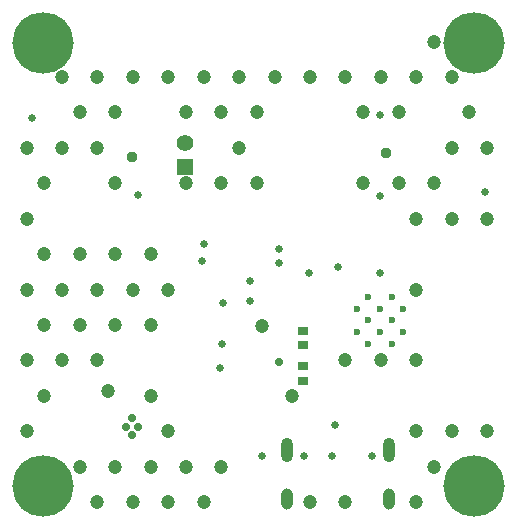
<source format=gbs>
G04*
G04 #@! TF.GenerationSoftware,Altium Limited,Altium Designer,25.2.1 (25)*
G04*
G04 Layer_Color=16711935*
%FSLAX25Y25*%
%MOIN*%
G70*
G04*
G04 #@! TF.SameCoordinates,1F312145-2A38-4454-B551-27999C65A1A9*
G04*
G04*
G04 #@! TF.FilePolarity,Negative*
G04*
G01*
G75*
%ADD37R,0.03394X0.02894*%
%ADD51C,0.03753*%
G04:AMPARAMS|DCode=52|XSize=39.37mil|YSize=70.87mil|CornerRadius=19.68mil|HoleSize=0mil|Usage=FLASHONLY|Rotation=0.000|XOffset=0mil|YOffset=0mil|HoleType=Round|Shape=RoundedRectangle|*
%AMROUNDEDRECTD52*
21,1,0.03937,0.03150,0,0,0.0*
21,1,0.00000,0.07087,0,0,0.0*
1,1,0.03937,0.00000,-0.01575*
1,1,0.03937,0.00000,-0.01575*
1,1,0.03937,0.00000,0.01575*
1,1,0.03937,0.00000,0.01575*
%
%ADD52ROUNDEDRECTD52*%
G04:AMPARAMS|DCode=53|XSize=39.37mil|YSize=82.68mil|CornerRadius=19.68mil|HoleSize=0mil|Usage=FLASHONLY|Rotation=0.000|XOffset=0mil|YOffset=0mil|HoleType=Round|Shape=RoundedRectangle|*
%AMROUNDEDRECTD53*
21,1,0.03937,0.04331,0,0,0.0*
21,1,0.00000,0.08268,0,0,0.0*
1,1,0.03937,0.00000,-0.02165*
1,1,0.03937,0.00000,-0.02165*
1,1,0.03937,0.00000,0.02165*
1,1,0.03937,0.00000,0.02165*
%
%ADD53ROUNDEDRECTD53*%
%ADD54C,0.02559*%
%ADD55R,0.05524X0.05524*%
%ADD56C,0.05524*%
%ADD57C,0.20485*%
%ADD58C,0.04737*%
%ADD59C,0.02572*%
%ADD60C,0.02769*%
%ADD61C,0.02362*%
D37*
X98425Y46790D02*
D03*
Y51635D02*
D03*
Y58601D02*
D03*
Y63446D02*
D03*
D51*
X41339Y121457D02*
D03*
X125984Y122638D02*
D03*
D52*
X93228Y7224D02*
D03*
X127244D02*
D03*
D53*
X93228Y23681D02*
D03*
X127244D02*
D03*
D54*
X98858Y21713D02*
D03*
X121614D02*
D03*
D55*
X59252Y118110D02*
D03*
D56*
Y125984D02*
D03*
D57*
X11811Y11811D02*
D03*
X155512D02*
D03*
X11811Y159449D02*
D03*
X155512D02*
D03*
D58*
X159842Y124409D02*
D03*
Y100787D02*
D03*
Y29921D02*
D03*
X148031Y148031D02*
D03*
X153937Y136220D02*
D03*
X148031Y124409D02*
D03*
Y100787D02*
D03*
Y29921D02*
D03*
X142126Y159842D02*
D03*
X136220Y148031D02*
D03*
X142126Y112598D02*
D03*
X136220Y100787D02*
D03*
Y77165D02*
D03*
Y53543D02*
D03*
Y29921D02*
D03*
X142126Y18110D02*
D03*
X136220Y6299D02*
D03*
X124409Y148031D02*
D03*
X130315Y136220D02*
D03*
Y112598D02*
D03*
X124409Y53543D02*
D03*
X112598Y148031D02*
D03*
X118504Y136220D02*
D03*
Y112598D02*
D03*
X112598Y53543D02*
D03*
Y6299D02*
D03*
X100787Y148031D02*
D03*
Y6299D02*
D03*
X88976Y148031D02*
D03*
X94882Y41732D02*
D03*
X77165Y148031D02*
D03*
X83071Y136220D02*
D03*
X77165Y124409D02*
D03*
X83071Y112598D02*
D03*
X65354Y148031D02*
D03*
X71260Y136220D02*
D03*
Y112598D02*
D03*
Y18110D02*
D03*
X65354Y6299D02*
D03*
X53543Y148031D02*
D03*
X59449Y136220D02*
D03*
Y112598D02*
D03*
X53543Y77165D02*
D03*
Y29921D02*
D03*
X59449Y18110D02*
D03*
X53543Y6299D02*
D03*
X41732Y148031D02*
D03*
X47638Y88976D02*
D03*
X41732Y77165D02*
D03*
X47638Y65354D02*
D03*
Y41732D02*
D03*
Y18110D02*
D03*
X41732Y6299D02*
D03*
X29921Y148031D02*
D03*
X35827Y136220D02*
D03*
X29921Y124409D02*
D03*
X35827Y112598D02*
D03*
Y88976D02*
D03*
X29921Y77165D02*
D03*
X35827Y65354D02*
D03*
X29921Y53543D02*
D03*
X35827Y18110D02*
D03*
X29921Y6299D02*
D03*
X18110Y148031D02*
D03*
X24016Y136220D02*
D03*
X18110Y124409D02*
D03*
X24016Y88976D02*
D03*
X18110Y77165D02*
D03*
X24016Y65354D02*
D03*
X18110Y53543D02*
D03*
X24016Y18110D02*
D03*
X6299Y124409D02*
D03*
X12205Y112598D02*
D03*
X6299Y100787D02*
D03*
X12205Y88976D02*
D03*
X6299Y77165D02*
D03*
X12205Y65354D02*
D03*
X6299Y53543D02*
D03*
X12205Y41732D02*
D03*
X6299Y29921D02*
D03*
X33465Y43307D02*
D03*
X84646Y64961D02*
D03*
D59*
X109274Y32173D02*
D03*
X108268Y21654D02*
D03*
X65551Y92520D02*
D03*
X80709Y73425D02*
D03*
X71653Y72835D02*
D03*
X71324Y59055D02*
D03*
X159055Y109646D02*
D03*
X124016Y135236D02*
D03*
X8268Y134449D02*
D03*
X43307Y108858D02*
D03*
X110236Y84646D02*
D03*
X90551Y86024D02*
D03*
X64961Y86614D02*
D03*
X90551Y90551D02*
D03*
X124016Y108268D02*
D03*
Y82677D02*
D03*
X70866Y51181D02*
D03*
X84646Y21654D02*
D03*
X80709Y80118D02*
D03*
X100394Y82677D02*
D03*
X98425Y58601D02*
D03*
Y51635D02*
D03*
D60*
X43307Y31496D02*
D03*
X39370D02*
D03*
X41339Y28740D02*
D03*
Y34252D02*
D03*
X90551Y53150D02*
D03*
D61*
X131890Y63041D02*
D03*
X124114D02*
D03*
X116339D02*
D03*
X131890Y70817D02*
D03*
X124114D02*
D03*
X116339D02*
D03*
X120226Y59153D02*
D03*
Y66929D02*
D03*
Y74705D02*
D03*
X128002Y59153D02*
D03*
Y66929D02*
D03*
Y74705D02*
D03*
M02*

</source>
